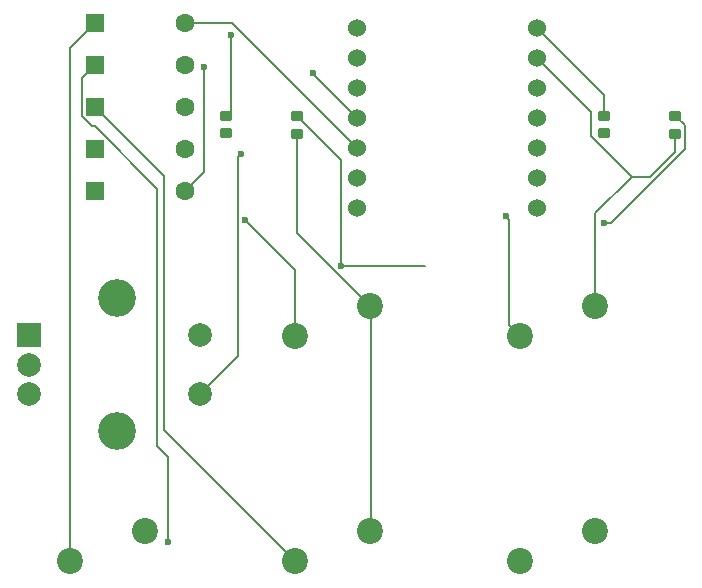
<source format=gbr>
%TF.GenerationSoftware,KiCad,Pcbnew,9.0.6*%
%TF.CreationDate,2026-01-22T08:19:00-06:00*%
%TF.ProjectId,test test,74657374-2074-4657-9374-2e6b69636164,rev?*%
%TF.SameCoordinates,Original*%
%TF.FileFunction,Copper,L2,Bot*%
%TF.FilePolarity,Positive*%
%FSLAX46Y46*%
G04 Gerber Fmt 4.6, Leading zero omitted, Abs format (unit mm)*
G04 Created by KiCad (PCBNEW 9.0.6) date 2026-01-22 08:19:00*
%MOMM*%
%LPD*%
G01*
G04 APERTURE LIST*
G04 Aperture macros list*
%AMRoundRect*
0 Rectangle with rounded corners*
0 $1 Rounding radius*
0 $2 $3 $4 $5 $6 $7 $8 $9 X,Y pos of 4 corners*
0 Add a 4 corners polygon primitive as box body*
4,1,4,$2,$3,$4,$5,$6,$7,$8,$9,$2,$3,0*
0 Add four circle primitives for the rounded corners*
1,1,$1+$1,$2,$3*
1,1,$1+$1,$4,$5*
1,1,$1+$1,$6,$7*
1,1,$1+$1,$8,$9*
0 Add four rect primitives between the rounded corners*
20,1,$1+$1,$2,$3,$4,$5,0*
20,1,$1+$1,$4,$5,$6,$7,0*
20,1,$1+$1,$6,$7,$8,$9,0*
20,1,$1+$1,$8,$9,$2,$3,0*%
G04 Aperture macros list end*
%TA.AperFunction,ComponentPad*%
%ADD10RoundRect,0.250000X-0.550000X-0.550000X0.550000X-0.550000X0.550000X0.550000X-0.550000X0.550000X0*%
%TD*%
%TA.AperFunction,ComponentPad*%
%ADD11C,1.600000*%
%TD*%
%TA.AperFunction,ComponentPad*%
%ADD12R,2.000000X2.000000*%
%TD*%
%TA.AperFunction,ComponentPad*%
%ADD13C,2.000000*%
%TD*%
%TA.AperFunction,ComponentPad*%
%ADD14C,3.200000*%
%TD*%
%TA.AperFunction,ComponentPad*%
%ADD15C,2.200000*%
%TD*%
%TA.AperFunction,SMDPad,CuDef*%
%ADD16RoundRect,0.082000X-0.418000X0.328000X-0.418000X-0.328000X0.418000X-0.328000X0.418000X0.328000X0*%
%TD*%
%TA.AperFunction,SMDPad,CuDef*%
%ADD17RoundRect,0.076284X-0.423716X0.305137X-0.423716X-0.305137X0.423716X-0.305137X0.423716X0.305137X0*%
%TD*%
%TA.AperFunction,ComponentPad*%
%ADD18C,1.524000*%
%TD*%
%TA.AperFunction,ViaPad*%
%ADD19C,0.600000*%
%TD*%
%TA.AperFunction,Conductor*%
%ADD20C,0.200000*%
%TD*%
G04 APERTURE END LIST*
D10*
%TO.P,D5,1,K*%
%TO.N,Net-(D5-K)*%
X72100000Y-63800000D03*
D11*
%TO.P,D5,2,A*%
%TO.N,Net-(D5-A)*%
X79720000Y-63800000D03*
%TD*%
D12*
%TO.P,SW6,A,A*%
%TO.N,Net-(U1-GPIO2{slash}SCK)*%
X66462500Y-83106200D03*
D13*
%TO.P,SW6,B,B*%
%TO.N,Net-(U1-GPIO4{slash}MISO)*%
X66462500Y-88106200D03*
%TO.P,SW6,C,C*%
%TO.N,unconnected-(SW6-PadC)*%
X66462500Y-85606200D03*
D14*
%TO.P,SW6,MP*%
%TO.N,N/C*%
X73962500Y-80006200D03*
X73962500Y-91206200D03*
D13*
%TO.P,SW6,S1,S1*%
%TO.N,Net-(U1-GPIO3{slash}MOSI)*%
X80962500Y-88106200D03*
%TO.P,SW6,S2,S2*%
%TO.N,GND*%
X80962500Y-83106200D03*
%TD*%
D15*
%TO.P,SW4,1,1*%
%TO.N,GND*%
X114458800Y-99695000D03*
%TO.P,SW4,2,2*%
%TO.N,Net-(D4-K)*%
X108108800Y-102235000D03*
%TD*%
D16*
%TO.P,D2,1,VDD*%
%TO.N,+5V*%
X115200000Y-64547158D03*
D17*
%TO.P,D2,2*%
%TO.N,Net-(D1-DOUT)*%
X115200000Y-66018579D03*
D16*
%TO.P,D2,3,VSS*%
%TO.N,GND*%
X121200000Y-66047158D03*
%TO.P,D2,4,DIN*%
%TO.N,Net-(D1-DIN)*%
X121200000Y-64547158D03*
%TD*%
D15*
%TO.P,SW5,1,1*%
%TO.N,GND*%
X76358800Y-99695000D03*
%TO.P,SW5,2,2*%
%TO.N,Net-(D3-K)*%
X70008800Y-102235000D03*
%TD*%
D16*
%TO.P,D1,1,VDD*%
%TO.N,+5V*%
X83200000Y-64547158D03*
D17*
%TO.P,D1,2*%
%TO.N,N/C*%
X83200000Y-66018579D03*
D16*
%TO.P,D1,3,VSS*%
%TO.N,GND*%
X89200000Y-66047158D03*
%TO.P,D1,4,DIN*%
%TO.N,Net-(D1-DIN)*%
X89200000Y-64547158D03*
%TD*%
D18*
%TO.P,U1,1,GPIO26/ADC0/A0*%
%TO.N,Net-(D7-A)*%
X94297500Y-57150000D03*
%TO.P,U1,2,GPIO27/ADC1/A1*%
%TO.N,Net-(D6-A)*%
X94297500Y-59690000D03*
%TO.P,U1,3,GPIO28/ADC2/A2*%
%TO.N,Net-(D5-A)*%
X94297500Y-62230000D03*
%TO.P,U1,4,GPIO29/ADC3/A3*%
%TO.N,Net-(D4-A)*%
X94297500Y-64770000D03*
%TO.P,U1,5,GPIO6/SDA*%
%TO.N,Net-(D3-A)*%
X94297500Y-67310000D03*
%TO.P,U1,6,GPIO7/SCL*%
%TO.N,unconnected-(U1-GPIO7{slash}SCL-Pad6)*%
X94297500Y-69850000D03*
%TO.P,U1,7,GPIO0/TX*%
%TO.N,unconnected-(U1-GPIO0{slash}TX-Pad7)*%
X94297500Y-72390000D03*
%TO.P,U1,8,GPIO1/RX*%
%TO.N,Net-(D1-DIN)*%
X109537500Y-72390000D03*
%TO.P,U1,9,GPIO2/SCK*%
%TO.N,Net-(U1-GPIO2{slash}SCK)*%
X109537500Y-69850000D03*
%TO.P,U1,10,GPIO4/MISO*%
%TO.N,Net-(U1-GPIO4{slash}MISO)*%
X109537500Y-67310000D03*
%TO.P,U1,11,GPIO3/MOSI*%
%TO.N,Net-(U1-GPIO3{slash}MOSI)*%
X109537500Y-64770000D03*
%TO.P,U1,12,3V3*%
%TO.N,unconnected-(U1-3V3-Pad12)*%
X109537500Y-62230000D03*
%TO.P,U1,13,GND*%
%TO.N,GND*%
X109537500Y-59690000D03*
%TO.P,U1,14,VBUS*%
%TO.N,+5V*%
X109537500Y-57150000D03*
%TD*%
D15*
%TO.P,SW1,1,1*%
%TO.N,GND*%
X95408800Y-80645000D03*
%TO.P,SW1,2,2*%
%TO.N,Net-(D7-K)*%
X89058800Y-83185000D03*
%TD*%
D10*
%TO.P,D6,1,K*%
%TO.N,Net-(D6-K)*%
X72100000Y-67350000D03*
D11*
%TO.P,D6,2,A*%
%TO.N,Net-(D6-A)*%
X79720000Y-67350000D03*
%TD*%
D10*
%TO.P,D4,1,K*%
%TO.N,Net-(D4-K)*%
X72100000Y-60250000D03*
D11*
%TO.P,D4,2,A*%
%TO.N,Net-(D4-A)*%
X79720000Y-60250000D03*
%TD*%
D15*
%TO.P,SW3,1,1*%
%TO.N,GND*%
X95408800Y-99695000D03*
%TO.P,SW3,2,2*%
%TO.N,Net-(D5-K)*%
X89058800Y-102235000D03*
%TD*%
D10*
%TO.P,D7,1,K*%
%TO.N,Net-(D7-K)*%
X72100000Y-70900000D03*
D11*
%TO.P,D7,2,A*%
%TO.N,Net-(D7-A)*%
X79720000Y-70900000D03*
%TD*%
D15*
%TO.P,SW2,1,1*%
%TO.N,GND*%
X114458800Y-80645000D03*
%TO.P,SW2,2,2*%
%TO.N,Net-(D6-K)*%
X108108800Y-83185000D03*
%TD*%
D10*
%TO.P,D3,1,K*%
%TO.N,Net-(D3-K)*%
X72100000Y-56700000D03*
D11*
%TO.P,D3,2,A*%
%TO.N,Net-(D3-A)*%
X79720000Y-56700000D03*
%TD*%
D19*
%TO.N,Net-(D1-DIN)*%
X115200000Y-73600000D03*
%TO.N,Net-(D4-K)*%
X78310300Y-100649200D03*
%TO.N,Net-(D4-A)*%
X90546300Y-60932500D03*
%TO.N,+5V*%
X83583500Y-57679500D03*
%TO.N,Net-(D1-DIN)*%
X92954700Y-77217600D03*
%TO.N,Net-(D6-K)*%
X106884700Y-73004500D03*
%TO.N,Net-(D7-A)*%
X81319800Y-60430000D03*
%TO.N,Net-(D7-K)*%
X84821400Y-73342600D03*
%TO.N,Net-(U1-GPIO3{slash}MOSI)*%
X84485300Y-67803700D03*
%TD*%
D20*
%TO.N,Net-(D1-DIN)*%
X115767100Y-73600000D02*
X115200000Y-73600000D01*
X100029870Y-77217600D02*
X92954700Y-77217600D01*
%TO.N,Net-(D3-K)*%
X70008800Y-102235000D02*
X70008800Y-58791200D01*
X70008800Y-58791200D02*
X72100000Y-56700000D01*
%TO.N,Net-(D3-A)*%
X83687500Y-56700000D02*
X79720000Y-56700000D01*
X94297500Y-67310000D02*
X83687500Y-56700000D01*
%TO.N,Net-(D4-K)*%
X70992900Y-61357100D02*
X70992900Y-64574400D01*
X72064900Y-65433400D02*
X77358600Y-70727100D01*
X77358600Y-70727100D02*
X77358600Y-92514900D01*
X71851900Y-65433400D02*
X72064900Y-65433400D01*
X78310300Y-93466600D02*
X78310300Y-100649200D01*
X72100000Y-60250000D02*
X70992900Y-61357100D01*
X70992900Y-64574400D02*
X71851900Y-65433400D01*
X77358600Y-92514900D02*
X78310300Y-93466600D01*
%TO.N,Net-(D4-A)*%
X94297500Y-64770000D02*
X90546300Y-61018800D01*
X90546300Y-61018800D02*
X90546300Y-60932500D01*
%TO.N,GND*%
X121200000Y-67600000D02*
X119078000Y-69722000D01*
X117525200Y-69722000D02*
X114076900Y-66273700D01*
X89200000Y-74436200D02*
X95408800Y-80645000D01*
X119078000Y-69722000D02*
X117525200Y-69722000D01*
X114076900Y-64229400D02*
X109537500Y-59690000D01*
X121200000Y-66047158D02*
X121200000Y-67600000D01*
X95408800Y-80645000D02*
X95459600Y-80695800D01*
X95459600Y-99644200D02*
X95408800Y-99695000D01*
X114458800Y-72788400D02*
X114458800Y-80645000D01*
X114076900Y-66273700D02*
X114076900Y-64229400D01*
X95459600Y-80695800D02*
X95459600Y-99644200D01*
X117525200Y-69722000D02*
X114458800Y-72788400D01*
X89200000Y-66047200D02*
X89200000Y-74436200D01*
%TO.N,+5V*%
X83583500Y-64163700D02*
X83583500Y-57679500D01*
X83200000Y-64547200D02*
X83583500Y-64163700D01*
X109537500Y-57150000D02*
X115200000Y-62812500D01*
X115200000Y-62812500D02*
X115200000Y-64547200D01*
%TO.N,Net-(D1-DIN)*%
X121200000Y-64547158D02*
X122001000Y-65348158D01*
X122001000Y-65348158D02*
X122001000Y-67366100D01*
X92954700Y-68301900D02*
X89200000Y-64547200D01*
X92954700Y-77217600D02*
X92954700Y-68301900D01*
X122001000Y-67366100D02*
X115767100Y-73600000D01*
%TO.N,Net-(D5-K)*%
X89058800Y-102235000D02*
X77960500Y-91136700D01*
X77960500Y-69660500D02*
X72100000Y-63800000D01*
X77960500Y-91136700D02*
X77960500Y-69660500D01*
%TO.N,Net-(D6-K)*%
X107165900Y-73342600D02*
X106884700Y-73061400D01*
X106884700Y-73061400D02*
X106884700Y-73004500D01*
X107165900Y-73342600D02*
X107165900Y-82242100D01*
X107165900Y-82242100D02*
X108108800Y-83185000D01*
%TO.N,Net-(D7-A)*%
X81319800Y-69300200D02*
X79720000Y-70900000D01*
X81319800Y-60430000D02*
X81319800Y-69300200D01*
%TO.N,Net-(D7-K)*%
X89058800Y-83185000D02*
X89058800Y-77580000D01*
X89058800Y-77580000D02*
X84821400Y-73342600D01*
%TO.N,Net-(U1-GPIO3{slash}MOSI)*%
X84219700Y-68069300D02*
X84219700Y-84849000D01*
X84219700Y-84849000D02*
X80962500Y-88106200D01*
X84485300Y-67803700D02*
X84219700Y-68069300D01*
%TD*%
M02*

</source>
